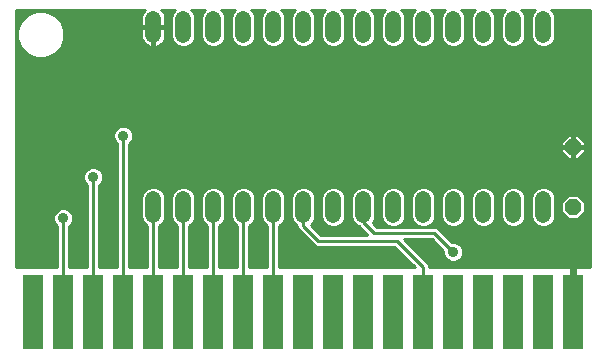
<source format=gbl>
G75*
%MOIN*%
%OFA0B0*%
%FSLAX25Y25*%
%IPPOS*%
%LPD*%
%AMOC8*
5,1,8,0,0,1.08239X$1,22.5*
%
%ADD10R,0.07000X0.25000*%
%ADD11OC8,0.05200*%
%ADD12C,0.05200*%
%ADD13C,0.01000*%
%ADD14C,0.02400*%
%ADD15C,0.03569*%
D10*
X0009000Y0013900D03*
X0019000Y0013900D03*
X0029000Y0013900D03*
X0039000Y0013900D03*
X0049000Y0013900D03*
X0059000Y0013900D03*
X0069000Y0013900D03*
X0079000Y0013900D03*
X0089000Y0013900D03*
X0099000Y0013900D03*
X0109000Y0013900D03*
X0119000Y0013900D03*
X0129000Y0013900D03*
X0139000Y0013900D03*
X0149000Y0013900D03*
X0159000Y0013900D03*
X0169000Y0013900D03*
X0179000Y0013900D03*
X0189000Y0013900D03*
D11*
X0189000Y0048900D03*
X0189000Y0068900D03*
D12*
X0179000Y0051500D02*
X0179000Y0046300D01*
X0169000Y0046300D02*
X0169000Y0051500D01*
X0159000Y0051500D02*
X0159000Y0046300D01*
X0149000Y0046300D02*
X0149000Y0051500D01*
X0139000Y0051500D02*
X0139000Y0046300D01*
X0129000Y0046300D02*
X0129000Y0051500D01*
X0119000Y0051500D02*
X0119000Y0046300D01*
X0109000Y0046300D02*
X0109000Y0051500D01*
X0099000Y0051500D02*
X0099000Y0046300D01*
X0089000Y0046300D02*
X0089000Y0051500D01*
X0079000Y0051500D02*
X0079000Y0046300D01*
X0069000Y0046300D02*
X0069000Y0051500D01*
X0059000Y0051500D02*
X0059000Y0046300D01*
X0049000Y0046300D02*
X0049000Y0051500D01*
X0049000Y0106300D02*
X0049000Y0111500D01*
X0059000Y0111500D02*
X0059000Y0106300D01*
X0069000Y0106300D02*
X0069000Y0111500D01*
X0079000Y0111500D02*
X0079000Y0106300D01*
X0089000Y0106300D02*
X0089000Y0111500D01*
X0099000Y0111500D02*
X0099000Y0106300D01*
X0109000Y0106300D02*
X0109000Y0111500D01*
X0119000Y0111500D02*
X0119000Y0106300D01*
X0129000Y0106300D02*
X0129000Y0111500D01*
X0139000Y0111500D02*
X0139000Y0106300D01*
X0149000Y0106300D02*
X0149000Y0111500D01*
X0159000Y0111500D02*
X0159000Y0106300D01*
X0169000Y0106300D02*
X0169000Y0111500D01*
X0179000Y0111500D02*
X0179000Y0106300D01*
D13*
X0182802Y0104765D02*
X0194750Y0104765D01*
X0194750Y0105763D02*
X0183100Y0105763D01*
X0183100Y0105484D02*
X0183100Y0112316D01*
X0182476Y0113822D01*
X0181648Y0114650D01*
X0194750Y0114650D01*
X0194750Y0028900D01*
X0141000Y0028900D01*
X0141000Y0029728D01*
X0139828Y0030900D01*
X0132578Y0038150D01*
X0141922Y0038150D01*
X0145716Y0034356D01*
X0145716Y0033247D01*
X0146216Y0032040D01*
X0147140Y0031116D01*
X0148347Y0030616D01*
X0149653Y0030616D01*
X0150860Y0031116D01*
X0151784Y0032040D01*
X0152284Y0033247D01*
X0152284Y0034553D01*
X0151784Y0035760D01*
X0150860Y0036684D01*
X0149653Y0037184D01*
X0148544Y0037184D01*
X0143578Y0042150D01*
X0123578Y0042150D01*
X0122113Y0043615D01*
X0122476Y0043978D01*
X0123100Y0045484D01*
X0123100Y0052316D01*
X0122476Y0053822D01*
X0121322Y0054976D01*
X0119816Y0055600D01*
X0118184Y0055600D01*
X0116678Y0054976D01*
X0115524Y0053822D01*
X0114900Y0052316D01*
X0114900Y0045484D01*
X0115524Y0043978D01*
X0116678Y0042824D01*
X0117650Y0042421D01*
X0120422Y0039650D01*
X0104828Y0039650D01*
X0101488Y0042990D01*
X0102476Y0043978D01*
X0103100Y0045484D01*
X0103100Y0052316D01*
X0102476Y0053822D01*
X0101322Y0054976D01*
X0099816Y0055600D01*
X0098184Y0055600D01*
X0096678Y0054976D01*
X0095524Y0053822D01*
X0094900Y0052316D01*
X0094900Y0045484D01*
X0095524Y0043978D01*
X0096678Y0042824D01*
X0097000Y0042691D01*
X0097000Y0041822D01*
X0102000Y0036822D01*
X0102000Y0036822D01*
X0103172Y0035650D01*
X0129422Y0035650D01*
X0136172Y0028900D01*
X0091000Y0028900D01*
X0091000Y0042691D01*
X0091322Y0042824D01*
X0092476Y0043978D01*
X0093100Y0045484D01*
X0093100Y0052316D01*
X0092476Y0053822D01*
X0091322Y0054976D01*
X0089816Y0055600D01*
X0088184Y0055600D01*
X0086678Y0054976D01*
X0085524Y0053822D01*
X0084900Y0052316D01*
X0084900Y0045484D01*
X0085524Y0043978D01*
X0086678Y0042824D01*
X0087000Y0042691D01*
X0087000Y0028900D01*
X0081000Y0028900D01*
X0081000Y0042691D01*
X0081322Y0042824D01*
X0082476Y0043978D01*
X0083100Y0045484D01*
X0083100Y0052316D01*
X0082476Y0053822D01*
X0081322Y0054976D01*
X0079816Y0055600D01*
X0078184Y0055600D01*
X0076678Y0054976D01*
X0075524Y0053822D01*
X0074900Y0052316D01*
X0074900Y0045484D01*
X0075524Y0043978D01*
X0076678Y0042824D01*
X0077000Y0042691D01*
X0077000Y0028900D01*
X0071000Y0028900D01*
X0071000Y0042691D01*
X0071322Y0042824D01*
X0072476Y0043978D01*
X0073100Y0045484D01*
X0073100Y0052316D01*
X0072476Y0053822D01*
X0071322Y0054976D01*
X0069816Y0055600D01*
X0068184Y0055600D01*
X0066678Y0054976D01*
X0065524Y0053822D01*
X0064900Y0052316D01*
X0064900Y0045484D01*
X0065524Y0043978D01*
X0066678Y0042824D01*
X0067000Y0042691D01*
X0067000Y0028900D01*
X0061000Y0028900D01*
X0061000Y0042691D01*
X0061322Y0042824D01*
X0062476Y0043978D01*
X0063100Y0045484D01*
X0063100Y0052316D01*
X0062476Y0053822D01*
X0061322Y0054976D01*
X0059816Y0055600D01*
X0058184Y0055600D01*
X0056678Y0054976D01*
X0055524Y0053822D01*
X0054900Y0052316D01*
X0054900Y0045484D01*
X0055524Y0043978D01*
X0056678Y0042824D01*
X0057000Y0042691D01*
X0057000Y0028900D01*
X0051000Y0028900D01*
X0051000Y0042691D01*
X0051322Y0042824D01*
X0052476Y0043978D01*
X0053100Y0045484D01*
X0053100Y0052316D01*
X0052476Y0053822D01*
X0051322Y0054976D01*
X0049816Y0055600D01*
X0048184Y0055600D01*
X0046678Y0054976D01*
X0045524Y0053822D01*
X0044900Y0052316D01*
X0044900Y0045484D01*
X0045524Y0043978D01*
X0046678Y0042824D01*
X0047000Y0042691D01*
X0047000Y0028900D01*
X0041000Y0028900D01*
X0041000Y0070005D01*
X0041784Y0070790D01*
X0042284Y0071997D01*
X0042284Y0073303D01*
X0041784Y0074510D01*
X0040860Y0075434D01*
X0039653Y0075934D01*
X0038347Y0075934D01*
X0037140Y0075434D01*
X0036216Y0074510D01*
X0035716Y0073303D01*
X0035716Y0071997D01*
X0036216Y0070790D01*
X0037000Y0070005D01*
X0037000Y0028900D01*
X0031000Y0028900D01*
X0031000Y0056255D01*
X0031784Y0057040D01*
X0032284Y0058247D01*
X0032284Y0059553D01*
X0031784Y0060760D01*
X0030860Y0061684D01*
X0029653Y0062184D01*
X0028347Y0062184D01*
X0027140Y0061684D01*
X0026216Y0060760D01*
X0025716Y0059553D01*
X0025716Y0058247D01*
X0026216Y0057040D01*
X0027000Y0056255D01*
X0027000Y0028900D01*
X0021000Y0028900D01*
X0021000Y0042505D01*
X0021784Y0043290D01*
X0022284Y0044497D01*
X0022284Y0045803D01*
X0021784Y0047010D01*
X0020860Y0047934D01*
X0019653Y0048434D01*
X0018347Y0048434D01*
X0017140Y0047934D01*
X0016216Y0047010D01*
X0015716Y0045803D01*
X0015716Y0044497D01*
X0016216Y0043290D01*
X0017000Y0042505D01*
X0017000Y0028900D01*
X0003250Y0028900D01*
X0003250Y0114650D01*
X0046360Y0114650D01*
X0046329Y0114627D01*
X0045873Y0114171D01*
X0045493Y0113649D01*
X0045200Y0113074D01*
X0045001Y0112460D01*
X0044900Y0111823D01*
X0044900Y0109200D01*
X0048700Y0109200D01*
X0048700Y0108600D01*
X0049300Y0108600D01*
X0049300Y0109200D01*
X0053100Y0109200D01*
X0053100Y0111823D01*
X0052999Y0112460D01*
X0052800Y0113074D01*
X0052507Y0113649D01*
X0052127Y0114171D01*
X0051671Y0114627D01*
X0051640Y0114650D01*
X0056352Y0114650D01*
X0055524Y0113822D01*
X0054900Y0112316D01*
X0054900Y0105484D01*
X0055524Y0103978D01*
X0056678Y0102824D01*
X0058184Y0102200D01*
X0059816Y0102200D01*
X0061322Y0102824D01*
X0062476Y0103978D01*
X0063100Y0105484D01*
X0063100Y0112316D01*
X0062476Y0113822D01*
X0061648Y0114650D01*
X0066352Y0114650D01*
X0065524Y0113822D01*
X0064900Y0112316D01*
X0064900Y0105484D01*
X0065524Y0103978D01*
X0066678Y0102824D01*
X0068184Y0102200D01*
X0069816Y0102200D01*
X0071322Y0102824D01*
X0072476Y0103978D01*
X0073100Y0105484D01*
X0073100Y0112316D01*
X0072476Y0113822D01*
X0071648Y0114650D01*
X0076352Y0114650D01*
X0075524Y0113822D01*
X0074900Y0112316D01*
X0074900Y0105484D01*
X0075524Y0103978D01*
X0076678Y0102824D01*
X0078184Y0102200D01*
X0079816Y0102200D01*
X0081322Y0102824D01*
X0082476Y0103978D01*
X0083100Y0105484D01*
X0083100Y0112316D01*
X0082476Y0113822D01*
X0081648Y0114650D01*
X0086352Y0114650D01*
X0085524Y0113822D01*
X0084900Y0112316D01*
X0084900Y0105484D01*
X0085524Y0103978D01*
X0086678Y0102824D01*
X0088184Y0102200D01*
X0089816Y0102200D01*
X0091322Y0102824D01*
X0092476Y0103978D01*
X0093100Y0105484D01*
X0093100Y0112316D01*
X0092476Y0113822D01*
X0091648Y0114650D01*
X0096352Y0114650D01*
X0095524Y0113822D01*
X0094900Y0112316D01*
X0094900Y0105484D01*
X0095524Y0103978D01*
X0096678Y0102824D01*
X0098184Y0102200D01*
X0099816Y0102200D01*
X0101322Y0102824D01*
X0102476Y0103978D01*
X0103100Y0105484D01*
X0103100Y0112316D01*
X0102476Y0113822D01*
X0101648Y0114650D01*
X0106352Y0114650D01*
X0105524Y0113822D01*
X0104900Y0112316D01*
X0104900Y0105484D01*
X0105524Y0103978D01*
X0106678Y0102824D01*
X0108184Y0102200D01*
X0109816Y0102200D01*
X0111322Y0102824D01*
X0112476Y0103978D01*
X0113100Y0105484D01*
X0113100Y0112316D01*
X0112476Y0113822D01*
X0111648Y0114650D01*
X0116352Y0114650D01*
X0115524Y0113822D01*
X0114900Y0112316D01*
X0114900Y0105484D01*
X0115524Y0103978D01*
X0116678Y0102824D01*
X0118184Y0102200D01*
X0119816Y0102200D01*
X0121322Y0102824D01*
X0122476Y0103978D01*
X0123100Y0105484D01*
X0123100Y0112316D01*
X0122476Y0113822D01*
X0121648Y0114650D01*
X0126352Y0114650D01*
X0125524Y0113822D01*
X0124900Y0112316D01*
X0124900Y0105484D01*
X0125524Y0103978D01*
X0126678Y0102824D01*
X0128184Y0102200D01*
X0129816Y0102200D01*
X0131322Y0102824D01*
X0132476Y0103978D01*
X0133100Y0105484D01*
X0133100Y0112316D01*
X0132476Y0113822D01*
X0131648Y0114650D01*
X0136352Y0114650D01*
X0135524Y0113822D01*
X0134900Y0112316D01*
X0134900Y0105484D01*
X0135524Y0103978D01*
X0136678Y0102824D01*
X0138184Y0102200D01*
X0139816Y0102200D01*
X0141322Y0102824D01*
X0142476Y0103978D01*
X0143100Y0105484D01*
X0143100Y0112316D01*
X0142476Y0113822D01*
X0141648Y0114650D01*
X0146352Y0114650D01*
X0145524Y0113822D01*
X0144900Y0112316D01*
X0144900Y0105484D01*
X0145524Y0103978D01*
X0146678Y0102824D01*
X0148184Y0102200D01*
X0149816Y0102200D01*
X0151322Y0102824D01*
X0152476Y0103978D01*
X0153100Y0105484D01*
X0153100Y0112316D01*
X0152476Y0113822D01*
X0151648Y0114650D01*
X0156352Y0114650D01*
X0155524Y0113822D01*
X0154900Y0112316D01*
X0154900Y0105484D01*
X0155524Y0103978D01*
X0156678Y0102824D01*
X0158184Y0102200D01*
X0159816Y0102200D01*
X0161322Y0102824D01*
X0162476Y0103978D01*
X0163100Y0105484D01*
X0163100Y0112316D01*
X0162476Y0113822D01*
X0161648Y0114650D01*
X0166352Y0114650D01*
X0165524Y0113822D01*
X0164900Y0112316D01*
X0164900Y0105484D01*
X0165524Y0103978D01*
X0166678Y0102824D01*
X0168184Y0102200D01*
X0169816Y0102200D01*
X0171322Y0102824D01*
X0172476Y0103978D01*
X0173100Y0105484D01*
X0173100Y0112316D01*
X0172476Y0113822D01*
X0171648Y0114650D01*
X0176352Y0114650D01*
X0175524Y0113822D01*
X0174900Y0112316D01*
X0174900Y0105484D01*
X0175524Y0103978D01*
X0176678Y0102824D01*
X0178184Y0102200D01*
X0179816Y0102200D01*
X0181322Y0102824D01*
X0182476Y0103978D01*
X0183100Y0105484D01*
X0183100Y0106762D02*
X0194750Y0106762D01*
X0194750Y0107760D02*
X0183100Y0107760D01*
X0183100Y0108759D02*
X0194750Y0108759D01*
X0194750Y0109757D02*
X0183100Y0109757D01*
X0183100Y0110756D02*
X0194750Y0110756D01*
X0194750Y0111754D02*
X0183100Y0111754D01*
X0182919Y0112753D02*
X0194750Y0112753D01*
X0194750Y0113751D02*
X0182505Y0113751D01*
X0175495Y0113751D02*
X0172505Y0113751D01*
X0172919Y0112753D02*
X0175081Y0112753D01*
X0174900Y0111754D02*
X0173100Y0111754D01*
X0173100Y0110756D02*
X0174900Y0110756D01*
X0174900Y0109757D02*
X0173100Y0109757D01*
X0173100Y0108759D02*
X0174900Y0108759D01*
X0174900Y0107760D02*
X0173100Y0107760D01*
X0173100Y0106762D02*
X0174900Y0106762D01*
X0174900Y0105763D02*
X0173100Y0105763D01*
X0172802Y0104765D02*
X0175198Y0104765D01*
X0175736Y0103766D02*
X0172264Y0103766D01*
X0171186Y0102768D02*
X0176814Y0102768D01*
X0181186Y0102768D02*
X0194750Y0102768D01*
X0194750Y0103766D02*
X0182264Y0103766D01*
X0194750Y0101769D02*
X0017899Y0101769D01*
X0018112Y0101982D02*
X0019299Y0104849D01*
X0019299Y0107951D01*
X0018112Y0110818D01*
X0015918Y0113012D01*
X0013051Y0114199D01*
X0009949Y0114199D01*
X0007082Y0113012D01*
X0004888Y0110818D01*
X0003701Y0107951D01*
X0003701Y0104849D01*
X0004888Y0101982D01*
X0007082Y0099788D01*
X0009949Y0098601D01*
X0013051Y0098601D01*
X0015918Y0099788D01*
X0018112Y0101982D01*
X0018437Y0102768D02*
X0046902Y0102768D01*
X0046851Y0102793D02*
X0047426Y0102500D01*
X0048040Y0102301D01*
X0048677Y0102200D01*
X0048700Y0102200D01*
X0048700Y0108600D01*
X0044900Y0108600D01*
X0044900Y0105977D01*
X0045001Y0105340D01*
X0045200Y0104726D01*
X0045493Y0104151D01*
X0045873Y0103629D01*
X0046329Y0103173D01*
X0046851Y0102793D01*
X0045773Y0103766D02*
X0018851Y0103766D01*
X0019264Y0104765D02*
X0045188Y0104765D01*
X0044934Y0105763D02*
X0019299Y0105763D01*
X0019299Y0106762D02*
X0044900Y0106762D01*
X0044900Y0107760D02*
X0019299Y0107760D01*
X0018965Y0108759D02*
X0048700Y0108759D01*
X0049300Y0108759D02*
X0054900Y0108759D01*
X0054900Y0109757D02*
X0053100Y0109757D01*
X0053100Y0110756D02*
X0054900Y0110756D01*
X0054900Y0111754D02*
X0053100Y0111754D01*
X0052904Y0112753D02*
X0055081Y0112753D01*
X0055495Y0113751D02*
X0052432Y0113751D01*
X0045568Y0113751D02*
X0014133Y0113751D01*
X0016177Y0112753D02*
X0045096Y0112753D01*
X0044900Y0111754D02*
X0017176Y0111754D01*
X0018138Y0110756D02*
X0044900Y0110756D01*
X0044900Y0109757D02*
X0018551Y0109757D01*
X0008867Y0113751D02*
X0003250Y0113751D01*
X0003250Y0112753D02*
X0006823Y0112753D01*
X0005824Y0111754D02*
X0003250Y0111754D01*
X0003250Y0110756D02*
X0004862Y0110756D01*
X0004449Y0109757D02*
X0003250Y0109757D01*
X0003250Y0108759D02*
X0004035Y0108759D01*
X0003701Y0107760D02*
X0003250Y0107760D01*
X0003250Y0106762D02*
X0003701Y0106762D01*
X0003701Y0105763D02*
X0003250Y0105763D01*
X0003250Y0104765D02*
X0003736Y0104765D01*
X0004149Y0103766D02*
X0003250Y0103766D01*
X0003250Y0102768D02*
X0004563Y0102768D01*
X0005101Y0101769D02*
X0003250Y0101769D01*
X0003250Y0100770D02*
X0006100Y0100770D01*
X0007121Y0099772D02*
X0003250Y0099772D01*
X0003250Y0098773D02*
X0009532Y0098773D01*
X0013468Y0098773D02*
X0194750Y0098773D01*
X0194750Y0097775D02*
X0003250Y0097775D01*
X0003250Y0096776D02*
X0194750Y0096776D01*
X0194750Y0095778D02*
X0003250Y0095778D01*
X0003250Y0094779D02*
X0194750Y0094779D01*
X0194750Y0093781D02*
X0003250Y0093781D01*
X0003250Y0092782D02*
X0194750Y0092782D01*
X0194750Y0091784D02*
X0003250Y0091784D01*
X0003250Y0090785D02*
X0194750Y0090785D01*
X0194750Y0089787D02*
X0003250Y0089787D01*
X0003250Y0088788D02*
X0194750Y0088788D01*
X0194750Y0087790D02*
X0003250Y0087790D01*
X0003250Y0086791D02*
X0194750Y0086791D01*
X0194750Y0085793D02*
X0003250Y0085793D01*
X0003250Y0084794D02*
X0194750Y0084794D01*
X0194750Y0083796D02*
X0003250Y0083796D01*
X0003250Y0082797D02*
X0194750Y0082797D01*
X0194750Y0081799D02*
X0003250Y0081799D01*
X0003250Y0080800D02*
X0194750Y0080800D01*
X0194750Y0079802D02*
X0003250Y0079802D01*
X0003250Y0078803D02*
X0194750Y0078803D01*
X0194750Y0077805D02*
X0003250Y0077805D01*
X0003250Y0076806D02*
X0194750Y0076806D01*
X0194750Y0075808D02*
X0039959Y0075808D01*
X0041485Y0074809D02*
X0194750Y0074809D01*
X0194750Y0073811D02*
X0042074Y0073811D01*
X0042284Y0072812D02*
X0187114Y0072812D01*
X0187302Y0073000D02*
X0184900Y0070598D01*
X0184900Y0069200D01*
X0188700Y0069200D01*
X0188700Y0073000D01*
X0187302Y0073000D01*
X0188700Y0072812D02*
X0189300Y0072812D01*
X0189300Y0073000D02*
X0189300Y0069200D01*
X0188700Y0069200D01*
X0188700Y0068600D01*
X0184900Y0068600D01*
X0184900Y0067202D01*
X0187302Y0064800D01*
X0188700Y0064800D01*
X0188700Y0068600D01*
X0189300Y0068600D01*
X0189300Y0069200D01*
X0193100Y0069200D01*
X0193100Y0070598D01*
X0190698Y0073000D01*
X0189300Y0073000D01*
X0189300Y0071814D02*
X0188700Y0071814D01*
X0188700Y0070815D02*
X0189300Y0070815D01*
X0189300Y0069817D02*
X0188700Y0069817D01*
X0188700Y0068818D02*
X0041000Y0068818D01*
X0041000Y0067820D02*
X0184900Y0067820D01*
X0185281Y0066821D02*
X0041000Y0066821D01*
X0041000Y0065823D02*
X0186279Y0065823D01*
X0187278Y0064824D02*
X0041000Y0064824D01*
X0041000Y0063826D02*
X0194750Y0063826D01*
X0194750Y0064824D02*
X0190722Y0064824D01*
X0190698Y0064800D02*
X0193100Y0067202D01*
X0193100Y0068600D01*
X0189300Y0068600D01*
X0189300Y0064800D01*
X0190698Y0064800D01*
X0189300Y0064824D02*
X0188700Y0064824D01*
X0188700Y0065823D02*
X0189300Y0065823D01*
X0189300Y0066821D02*
X0188700Y0066821D01*
X0188700Y0067820D02*
X0189300Y0067820D01*
X0189300Y0068818D02*
X0194750Y0068818D01*
X0194750Y0067820D02*
X0193100Y0067820D01*
X0192719Y0066821D02*
X0194750Y0066821D01*
X0194750Y0065823D02*
X0191721Y0065823D01*
X0194750Y0062827D02*
X0041000Y0062827D01*
X0041000Y0061829D02*
X0194750Y0061829D01*
X0194750Y0060830D02*
X0041000Y0060830D01*
X0041000Y0059832D02*
X0194750Y0059832D01*
X0194750Y0058833D02*
X0041000Y0058833D01*
X0041000Y0057834D02*
X0194750Y0057834D01*
X0194750Y0056836D02*
X0041000Y0056836D01*
X0041000Y0055837D02*
X0194750Y0055837D01*
X0194750Y0054839D02*
X0181459Y0054839D01*
X0181322Y0054976D02*
X0179816Y0055600D01*
X0178184Y0055600D01*
X0176678Y0054976D01*
X0175524Y0053822D01*
X0174900Y0052316D01*
X0174900Y0045484D01*
X0175524Y0043978D01*
X0176678Y0042824D01*
X0178184Y0042200D01*
X0179816Y0042200D01*
X0181322Y0042824D01*
X0182476Y0043978D01*
X0183100Y0045484D01*
X0183100Y0052316D01*
X0182476Y0053822D01*
X0181322Y0054976D01*
X0182458Y0053840D02*
X0194750Y0053840D01*
X0194750Y0052842D02*
X0190856Y0052842D01*
X0190698Y0053000D02*
X0187302Y0053000D01*
X0184900Y0050598D01*
X0184900Y0047202D01*
X0187302Y0044800D01*
X0190698Y0044800D01*
X0193100Y0047202D01*
X0193100Y0050598D01*
X0190698Y0053000D01*
X0191855Y0051843D02*
X0194750Y0051843D01*
X0194750Y0050845D02*
X0192853Y0050845D01*
X0193100Y0049846D02*
X0194750Y0049846D01*
X0194750Y0048848D02*
X0193100Y0048848D01*
X0193100Y0047849D02*
X0194750Y0047849D01*
X0194750Y0046851D02*
X0192749Y0046851D01*
X0191751Y0045852D02*
X0194750Y0045852D01*
X0194750Y0044854D02*
X0190752Y0044854D01*
X0187248Y0044854D02*
X0182839Y0044854D01*
X0183100Y0045852D02*
X0186249Y0045852D01*
X0185251Y0046851D02*
X0183100Y0046851D01*
X0183100Y0047849D02*
X0184900Y0047849D01*
X0184900Y0048848D02*
X0183100Y0048848D01*
X0183100Y0049846D02*
X0184900Y0049846D01*
X0185147Y0050845D02*
X0183100Y0050845D01*
X0183100Y0051843D02*
X0186145Y0051843D01*
X0187144Y0052842D02*
X0182882Y0052842D01*
X0176541Y0054839D02*
X0171459Y0054839D01*
X0171322Y0054976D02*
X0169816Y0055600D01*
X0168184Y0055600D01*
X0166678Y0054976D01*
X0165524Y0053822D01*
X0164900Y0052316D01*
X0164900Y0045484D01*
X0165524Y0043978D01*
X0166678Y0042824D01*
X0168184Y0042200D01*
X0169816Y0042200D01*
X0171322Y0042824D01*
X0172476Y0043978D01*
X0173100Y0045484D01*
X0173100Y0052316D01*
X0172476Y0053822D01*
X0171322Y0054976D01*
X0172458Y0053840D02*
X0175542Y0053840D01*
X0175118Y0052842D02*
X0172882Y0052842D01*
X0173100Y0051843D02*
X0174900Y0051843D01*
X0174900Y0050845D02*
X0173100Y0050845D01*
X0173100Y0049846D02*
X0174900Y0049846D01*
X0174900Y0048848D02*
X0173100Y0048848D01*
X0173100Y0047849D02*
X0174900Y0047849D01*
X0174900Y0046851D02*
X0173100Y0046851D01*
X0173100Y0045852D02*
X0174900Y0045852D01*
X0175161Y0044854D02*
X0172839Y0044854D01*
X0172354Y0043855D02*
X0175646Y0043855D01*
X0176645Y0042857D02*
X0171355Y0042857D01*
X0166645Y0042857D02*
X0161355Y0042857D01*
X0161322Y0042824D02*
X0162476Y0043978D01*
X0163100Y0045484D01*
X0163100Y0052316D01*
X0162476Y0053822D01*
X0161322Y0054976D01*
X0159816Y0055600D01*
X0158184Y0055600D01*
X0156678Y0054976D01*
X0155524Y0053822D01*
X0154900Y0052316D01*
X0154900Y0045484D01*
X0155524Y0043978D01*
X0156678Y0042824D01*
X0158184Y0042200D01*
X0159816Y0042200D01*
X0161322Y0042824D01*
X0162354Y0043855D02*
X0165646Y0043855D01*
X0165161Y0044854D02*
X0162839Y0044854D01*
X0163100Y0045852D02*
X0164900Y0045852D01*
X0164900Y0046851D02*
X0163100Y0046851D01*
X0163100Y0047849D02*
X0164900Y0047849D01*
X0164900Y0048848D02*
X0163100Y0048848D01*
X0163100Y0049846D02*
X0164900Y0049846D01*
X0164900Y0050845D02*
X0163100Y0050845D01*
X0163100Y0051843D02*
X0164900Y0051843D01*
X0165118Y0052842D02*
X0162882Y0052842D01*
X0162458Y0053840D02*
X0165542Y0053840D01*
X0166541Y0054839D02*
X0161459Y0054839D01*
X0156541Y0054839D02*
X0151459Y0054839D01*
X0151322Y0054976D02*
X0149816Y0055600D01*
X0148184Y0055600D01*
X0146678Y0054976D01*
X0145524Y0053822D01*
X0144900Y0052316D01*
X0144900Y0045484D01*
X0145524Y0043978D01*
X0146678Y0042824D01*
X0148184Y0042200D01*
X0149816Y0042200D01*
X0151322Y0042824D01*
X0152476Y0043978D01*
X0153100Y0045484D01*
X0153100Y0052316D01*
X0152476Y0053822D01*
X0151322Y0054976D01*
X0152458Y0053840D02*
X0155542Y0053840D01*
X0155118Y0052842D02*
X0152882Y0052842D01*
X0153100Y0051843D02*
X0154900Y0051843D01*
X0154900Y0050845D02*
X0153100Y0050845D01*
X0153100Y0049846D02*
X0154900Y0049846D01*
X0154900Y0048848D02*
X0153100Y0048848D01*
X0153100Y0047849D02*
X0154900Y0047849D01*
X0154900Y0046851D02*
X0153100Y0046851D01*
X0153100Y0045852D02*
X0154900Y0045852D01*
X0155161Y0044854D02*
X0152839Y0044854D01*
X0152354Y0043855D02*
X0155646Y0043855D01*
X0156645Y0042857D02*
X0151355Y0042857D01*
X0146645Y0042857D02*
X0141355Y0042857D01*
X0141322Y0042824D02*
X0142476Y0043978D01*
X0143100Y0045484D01*
X0143100Y0052316D01*
X0142476Y0053822D01*
X0141322Y0054976D01*
X0139816Y0055600D01*
X0138184Y0055600D01*
X0136678Y0054976D01*
X0135524Y0053822D01*
X0134900Y0052316D01*
X0134900Y0045484D01*
X0135524Y0043978D01*
X0136678Y0042824D01*
X0138184Y0042200D01*
X0139816Y0042200D01*
X0141322Y0042824D01*
X0142354Y0043855D02*
X0145646Y0043855D01*
X0145161Y0044854D02*
X0142839Y0044854D01*
X0143100Y0045852D02*
X0144900Y0045852D01*
X0144900Y0046851D02*
X0143100Y0046851D01*
X0143100Y0047849D02*
X0144900Y0047849D01*
X0144900Y0048848D02*
X0143100Y0048848D01*
X0143100Y0049846D02*
X0144900Y0049846D01*
X0144900Y0050845D02*
X0143100Y0050845D01*
X0143100Y0051843D02*
X0144900Y0051843D01*
X0145118Y0052842D02*
X0142882Y0052842D01*
X0142458Y0053840D02*
X0145542Y0053840D01*
X0146541Y0054839D02*
X0141459Y0054839D01*
X0136541Y0054839D02*
X0131459Y0054839D01*
X0131322Y0054976D02*
X0129816Y0055600D01*
X0128184Y0055600D01*
X0126678Y0054976D01*
X0125524Y0053822D01*
X0124900Y0052316D01*
X0124900Y0045484D01*
X0125524Y0043978D01*
X0126678Y0042824D01*
X0128184Y0042200D01*
X0129816Y0042200D01*
X0131322Y0042824D01*
X0132476Y0043978D01*
X0133100Y0045484D01*
X0133100Y0052316D01*
X0132476Y0053822D01*
X0131322Y0054976D01*
X0132458Y0053840D02*
X0135542Y0053840D01*
X0135118Y0052842D02*
X0132882Y0052842D01*
X0133100Y0051843D02*
X0134900Y0051843D01*
X0134900Y0050845D02*
X0133100Y0050845D01*
X0133100Y0049846D02*
X0134900Y0049846D01*
X0134900Y0048848D02*
X0133100Y0048848D01*
X0133100Y0047849D02*
X0134900Y0047849D01*
X0134900Y0046851D02*
X0133100Y0046851D01*
X0133100Y0045852D02*
X0134900Y0045852D01*
X0135161Y0044854D02*
X0132839Y0044854D01*
X0132354Y0043855D02*
X0135646Y0043855D01*
X0136645Y0042857D02*
X0131355Y0042857D01*
X0126645Y0042857D02*
X0122872Y0042857D01*
X0122354Y0043855D02*
X0125646Y0043855D01*
X0125161Y0044854D02*
X0122839Y0044854D01*
X0123100Y0045852D02*
X0124900Y0045852D01*
X0124900Y0046851D02*
X0123100Y0046851D01*
X0123100Y0047849D02*
X0124900Y0047849D01*
X0124900Y0048848D02*
X0123100Y0048848D01*
X0123100Y0049846D02*
X0124900Y0049846D01*
X0124900Y0050845D02*
X0123100Y0050845D01*
X0123100Y0051843D02*
X0124900Y0051843D01*
X0125118Y0052842D02*
X0122882Y0052842D01*
X0122458Y0053840D02*
X0125542Y0053840D01*
X0126541Y0054839D02*
X0121459Y0054839D01*
X0116541Y0054839D02*
X0111459Y0054839D01*
X0111322Y0054976D02*
X0109816Y0055600D01*
X0108184Y0055600D01*
X0106678Y0054976D01*
X0105524Y0053822D01*
X0104900Y0052316D01*
X0104900Y0045484D01*
X0105524Y0043978D01*
X0106678Y0042824D01*
X0108184Y0042200D01*
X0109816Y0042200D01*
X0111322Y0042824D01*
X0112476Y0043978D01*
X0113100Y0045484D01*
X0113100Y0052316D01*
X0112476Y0053822D01*
X0111322Y0054976D01*
X0112458Y0053840D02*
X0115542Y0053840D01*
X0115118Y0052842D02*
X0112882Y0052842D01*
X0113100Y0051843D02*
X0114900Y0051843D01*
X0114900Y0050845D02*
X0113100Y0050845D01*
X0113100Y0049846D02*
X0114900Y0049846D01*
X0114900Y0048848D02*
X0113100Y0048848D01*
X0113100Y0047849D02*
X0114900Y0047849D01*
X0114900Y0046851D02*
X0113100Y0046851D01*
X0113100Y0045852D02*
X0114900Y0045852D01*
X0115161Y0044854D02*
X0112839Y0044854D01*
X0112354Y0043855D02*
X0115646Y0043855D01*
X0116645Y0042857D02*
X0111355Y0042857D01*
X0106645Y0042857D02*
X0101622Y0042857D01*
X0102354Y0043855D02*
X0105646Y0043855D01*
X0105161Y0044854D02*
X0102839Y0044854D01*
X0103100Y0045852D02*
X0104900Y0045852D01*
X0104900Y0046851D02*
X0103100Y0046851D01*
X0103100Y0047849D02*
X0104900Y0047849D01*
X0104900Y0048848D02*
X0103100Y0048848D01*
X0103100Y0049846D02*
X0104900Y0049846D01*
X0104900Y0050845D02*
X0103100Y0050845D01*
X0103100Y0051843D02*
X0104900Y0051843D01*
X0105118Y0052842D02*
X0102882Y0052842D01*
X0102458Y0053840D02*
X0105542Y0053840D01*
X0106541Y0054839D02*
X0101459Y0054839D01*
X0096541Y0054839D02*
X0091459Y0054839D01*
X0092458Y0053840D02*
X0095542Y0053840D01*
X0095118Y0052842D02*
X0092882Y0052842D01*
X0093100Y0051843D02*
X0094900Y0051843D01*
X0094900Y0050845D02*
X0093100Y0050845D01*
X0093100Y0049846D02*
X0094900Y0049846D01*
X0094900Y0048848D02*
X0093100Y0048848D01*
X0093100Y0047849D02*
X0094900Y0047849D01*
X0094900Y0046851D02*
X0093100Y0046851D01*
X0093100Y0045852D02*
X0094900Y0045852D01*
X0095161Y0044854D02*
X0092839Y0044854D01*
X0092354Y0043855D02*
X0095646Y0043855D01*
X0096645Y0042857D02*
X0091355Y0042857D01*
X0091000Y0041858D02*
X0097000Y0041858D01*
X0097962Y0040860D02*
X0091000Y0040860D01*
X0091000Y0039861D02*
X0098960Y0039861D01*
X0099959Y0038863D02*
X0091000Y0038863D01*
X0091000Y0037864D02*
X0100957Y0037864D01*
X0101956Y0036866D02*
X0091000Y0036866D01*
X0091000Y0035867D02*
X0102954Y0035867D01*
X0104000Y0037650D02*
X0130250Y0037650D01*
X0139000Y0028900D01*
X0139000Y0013900D01*
X0140852Y0029876D02*
X0194750Y0029876D01*
X0194750Y0030875D02*
X0150278Y0030875D01*
X0151618Y0031873D02*
X0194750Y0031873D01*
X0194750Y0032872D02*
X0152129Y0032872D01*
X0152284Y0033870D02*
X0194750Y0033870D01*
X0194750Y0034869D02*
X0152154Y0034869D01*
X0151677Y0035867D02*
X0194750Y0035867D01*
X0194750Y0036866D02*
X0150422Y0036866D01*
X0147864Y0037864D02*
X0194750Y0037864D01*
X0194750Y0038863D02*
X0146866Y0038863D01*
X0145867Y0039861D02*
X0194750Y0039861D01*
X0194750Y0040860D02*
X0144869Y0040860D01*
X0143870Y0041858D02*
X0194750Y0041858D01*
X0194750Y0042857D02*
X0181355Y0042857D01*
X0182354Y0043855D02*
X0194750Y0043855D01*
X0194750Y0069817D02*
X0193100Y0069817D01*
X0192883Y0070815D02*
X0194750Y0070815D01*
X0194750Y0071814D02*
X0191885Y0071814D01*
X0190886Y0072812D02*
X0194750Y0072812D01*
X0186115Y0071814D02*
X0042208Y0071814D01*
X0041795Y0070815D02*
X0185117Y0070815D01*
X0184900Y0069817D02*
X0041000Y0069817D01*
X0039000Y0072650D02*
X0039000Y0013900D01*
X0029000Y0013900D02*
X0029000Y0058900D01*
X0025886Y0057834D02*
X0003250Y0057834D01*
X0003250Y0056836D02*
X0026419Y0056836D01*
X0027000Y0055837D02*
X0003250Y0055837D01*
X0003250Y0054839D02*
X0027000Y0054839D01*
X0027000Y0053840D02*
X0003250Y0053840D01*
X0003250Y0052842D02*
X0027000Y0052842D01*
X0027000Y0051843D02*
X0003250Y0051843D01*
X0003250Y0050845D02*
X0027000Y0050845D01*
X0027000Y0049846D02*
X0003250Y0049846D01*
X0003250Y0048848D02*
X0027000Y0048848D01*
X0027000Y0047849D02*
X0020945Y0047849D01*
X0021850Y0046851D02*
X0027000Y0046851D01*
X0027000Y0045852D02*
X0022264Y0045852D01*
X0022284Y0044854D02*
X0027000Y0044854D01*
X0027000Y0043855D02*
X0022019Y0043855D01*
X0021351Y0042857D02*
X0027000Y0042857D01*
X0027000Y0041858D02*
X0021000Y0041858D01*
X0021000Y0040860D02*
X0027000Y0040860D01*
X0027000Y0039861D02*
X0021000Y0039861D01*
X0021000Y0038863D02*
X0027000Y0038863D01*
X0027000Y0037864D02*
X0021000Y0037864D01*
X0021000Y0036866D02*
X0027000Y0036866D01*
X0027000Y0035867D02*
X0021000Y0035867D01*
X0021000Y0034869D02*
X0027000Y0034869D01*
X0027000Y0033870D02*
X0021000Y0033870D01*
X0021000Y0032872D02*
X0027000Y0032872D01*
X0027000Y0031873D02*
X0021000Y0031873D01*
X0021000Y0030875D02*
X0027000Y0030875D01*
X0027000Y0029876D02*
X0021000Y0029876D01*
X0017000Y0029876D02*
X0003250Y0029876D01*
X0003250Y0030875D02*
X0017000Y0030875D01*
X0017000Y0031873D02*
X0003250Y0031873D01*
X0003250Y0032872D02*
X0017000Y0032872D01*
X0017000Y0033870D02*
X0003250Y0033870D01*
X0003250Y0034869D02*
X0017000Y0034869D01*
X0017000Y0035867D02*
X0003250Y0035867D01*
X0003250Y0036866D02*
X0017000Y0036866D01*
X0017000Y0037864D02*
X0003250Y0037864D01*
X0003250Y0038863D02*
X0017000Y0038863D01*
X0017000Y0039861D02*
X0003250Y0039861D01*
X0003250Y0040860D02*
X0017000Y0040860D01*
X0017000Y0041858D02*
X0003250Y0041858D01*
X0003250Y0042857D02*
X0016649Y0042857D01*
X0015981Y0043855D02*
X0003250Y0043855D01*
X0003250Y0044854D02*
X0015716Y0044854D01*
X0015736Y0045852D02*
X0003250Y0045852D01*
X0003250Y0046851D02*
X0016150Y0046851D01*
X0017055Y0047849D02*
X0003250Y0047849D01*
X0019000Y0045150D02*
X0019000Y0013900D01*
X0031000Y0029876D02*
X0037000Y0029876D01*
X0037000Y0030875D02*
X0031000Y0030875D01*
X0031000Y0031873D02*
X0037000Y0031873D01*
X0037000Y0032872D02*
X0031000Y0032872D01*
X0031000Y0033870D02*
X0037000Y0033870D01*
X0037000Y0034869D02*
X0031000Y0034869D01*
X0031000Y0035867D02*
X0037000Y0035867D01*
X0037000Y0036866D02*
X0031000Y0036866D01*
X0031000Y0037864D02*
X0037000Y0037864D01*
X0037000Y0038863D02*
X0031000Y0038863D01*
X0031000Y0039861D02*
X0037000Y0039861D01*
X0037000Y0040860D02*
X0031000Y0040860D01*
X0031000Y0041858D02*
X0037000Y0041858D01*
X0037000Y0042857D02*
X0031000Y0042857D01*
X0031000Y0043855D02*
X0037000Y0043855D01*
X0037000Y0044854D02*
X0031000Y0044854D01*
X0031000Y0045852D02*
X0037000Y0045852D01*
X0037000Y0046851D02*
X0031000Y0046851D01*
X0031000Y0047849D02*
X0037000Y0047849D01*
X0037000Y0048848D02*
X0031000Y0048848D01*
X0031000Y0049846D02*
X0037000Y0049846D01*
X0037000Y0050845D02*
X0031000Y0050845D01*
X0031000Y0051843D02*
X0037000Y0051843D01*
X0037000Y0052842D02*
X0031000Y0052842D01*
X0031000Y0053840D02*
X0037000Y0053840D01*
X0037000Y0054839D02*
X0031000Y0054839D01*
X0031000Y0055837D02*
X0037000Y0055837D01*
X0037000Y0056836D02*
X0031581Y0056836D01*
X0032113Y0057834D02*
X0037000Y0057834D01*
X0037000Y0058833D02*
X0032284Y0058833D01*
X0032169Y0059832D02*
X0037000Y0059832D01*
X0037000Y0060830D02*
X0031715Y0060830D01*
X0030512Y0061829D02*
X0037000Y0061829D01*
X0037000Y0062827D02*
X0003250Y0062827D01*
X0003250Y0061829D02*
X0027488Y0061829D01*
X0026285Y0060830D02*
X0003250Y0060830D01*
X0003250Y0059832D02*
X0025831Y0059832D01*
X0025716Y0058833D02*
X0003250Y0058833D01*
X0003250Y0063826D02*
X0037000Y0063826D01*
X0037000Y0064824D02*
X0003250Y0064824D01*
X0003250Y0065823D02*
X0037000Y0065823D01*
X0037000Y0066821D02*
X0003250Y0066821D01*
X0003250Y0067820D02*
X0037000Y0067820D01*
X0037000Y0068818D02*
X0003250Y0068818D01*
X0003250Y0069817D02*
X0037000Y0069817D01*
X0036205Y0070815D02*
X0003250Y0070815D01*
X0003250Y0071814D02*
X0035792Y0071814D01*
X0035716Y0072812D02*
X0003250Y0072812D01*
X0003250Y0073811D02*
X0035926Y0073811D01*
X0036515Y0074809D02*
X0003250Y0074809D01*
X0003250Y0075808D02*
X0038041Y0075808D01*
X0041000Y0054839D02*
X0046541Y0054839D01*
X0045542Y0053840D02*
X0041000Y0053840D01*
X0041000Y0052842D02*
X0045118Y0052842D01*
X0044900Y0051843D02*
X0041000Y0051843D01*
X0041000Y0050845D02*
X0044900Y0050845D01*
X0044900Y0049846D02*
X0041000Y0049846D01*
X0041000Y0048848D02*
X0044900Y0048848D01*
X0044900Y0047849D02*
X0041000Y0047849D01*
X0041000Y0046851D02*
X0044900Y0046851D01*
X0044900Y0045852D02*
X0041000Y0045852D01*
X0041000Y0044854D02*
X0045161Y0044854D01*
X0045646Y0043855D02*
X0041000Y0043855D01*
X0041000Y0042857D02*
X0046645Y0042857D01*
X0047000Y0041858D02*
X0041000Y0041858D01*
X0041000Y0040860D02*
X0047000Y0040860D01*
X0047000Y0039861D02*
X0041000Y0039861D01*
X0041000Y0038863D02*
X0047000Y0038863D01*
X0047000Y0037864D02*
X0041000Y0037864D01*
X0041000Y0036866D02*
X0047000Y0036866D01*
X0047000Y0035867D02*
X0041000Y0035867D01*
X0041000Y0034869D02*
X0047000Y0034869D01*
X0047000Y0033870D02*
X0041000Y0033870D01*
X0041000Y0032872D02*
X0047000Y0032872D01*
X0047000Y0031873D02*
X0041000Y0031873D01*
X0041000Y0030875D02*
X0047000Y0030875D01*
X0047000Y0029876D02*
X0041000Y0029876D01*
X0051000Y0029876D02*
X0057000Y0029876D01*
X0057000Y0030875D02*
X0051000Y0030875D01*
X0051000Y0031873D02*
X0057000Y0031873D01*
X0057000Y0032872D02*
X0051000Y0032872D01*
X0051000Y0033870D02*
X0057000Y0033870D01*
X0057000Y0034869D02*
X0051000Y0034869D01*
X0051000Y0035867D02*
X0057000Y0035867D01*
X0057000Y0036866D02*
X0051000Y0036866D01*
X0051000Y0037864D02*
X0057000Y0037864D01*
X0057000Y0038863D02*
X0051000Y0038863D01*
X0051000Y0039861D02*
X0057000Y0039861D01*
X0057000Y0040860D02*
X0051000Y0040860D01*
X0051000Y0041858D02*
X0057000Y0041858D01*
X0056645Y0042857D02*
X0051355Y0042857D01*
X0052354Y0043855D02*
X0055646Y0043855D01*
X0055161Y0044854D02*
X0052839Y0044854D01*
X0053100Y0045852D02*
X0054900Y0045852D01*
X0054900Y0046851D02*
X0053100Y0046851D01*
X0053100Y0047849D02*
X0054900Y0047849D01*
X0054900Y0048848D02*
X0053100Y0048848D01*
X0053100Y0049846D02*
X0054900Y0049846D01*
X0054900Y0050845D02*
X0053100Y0050845D01*
X0053100Y0051843D02*
X0054900Y0051843D01*
X0055118Y0052842D02*
X0052882Y0052842D01*
X0052458Y0053840D02*
X0055542Y0053840D01*
X0056541Y0054839D02*
X0051459Y0054839D01*
X0049000Y0048900D02*
X0049000Y0013900D01*
X0059000Y0013900D02*
X0059000Y0048900D01*
X0063100Y0048848D02*
X0064900Y0048848D01*
X0064900Y0049846D02*
X0063100Y0049846D01*
X0063100Y0050845D02*
X0064900Y0050845D01*
X0064900Y0051843D02*
X0063100Y0051843D01*
X0062882Y0052842D02*
X0065118Y0052842D01*
X0065542Y0053840D02*
X0062458Y0053840D01*
X0061459Y0054839D02*
X0066541Y0054839D01*
X0071459Y0054839D02*
X0076541Y0054839D01*
X0075542Y0053840D02*
X0072458Y0053840D01*
X0072882Y0052842D02*
X0075118Y0052842D01*
X0074900Y0051843D02*
X0073100Y0051843D01*
X0073100Y0050845D02*
X0074900Y0050845D01*
X0074900Y0049846D02*
X0073100Y0049846D01*
X0073100Y0048848D02*
X0074900Y0048848D01*
X0074900Y0047849D02*
X0073100Y0047849D01*
X0073100Y0046851D02*
X0074900Y0046851D01*
X0074900Y0045852D02*
X0073100Y0045852D01*
X0072839Y0044854D02*
X0075161Y0044854D01*
X0075646Y0043855D02*
X0072354Y0043855D01*
X0071355Y0042857D02*
X0076645Y0042857D01*
X0077000Y0041858D02*
X0071000Y0041858D01*
X0071000Y0040860D02*
X0077000Y0040860D01*
X0077000Y0039861D02*
X0071000Y0039861D01*
X0071000Y0038863D02*
X0077000Y0038863D01*
X0077000Y0037864D02*
X0071000Y0037864D01*
X0071000Y0036866D02*
X0077000Y0036866D01*
X0077000Y0035867D02*
X0071000Y0035867D01*
X0071000Y0034869D02*
X0077000Y0034869D01*
X0077000Y0033870D02*
X0071000Y0033870D01*
X0071000Y0032872D02*
X0077000Y0032872D01*
X0077000Y0031873D02*
X0071000Y0031873D01*
X0071000Y0030875D02*
X0077000Y0030875D01*
X0077000Y0029876D02*
X0071000Y0029876D01*
X0067000Y0029876D02*
X0061000Y0029876D01*
X0061000Y0030875D02*
X0067000Y0030875D01*
X0067000Y0031873D02*
X0061000Y0031873D01*
X0061000Y0032872D02*
X0067000Y0032872D01*
X0067000Y0033870D02*
X0061000Y0033870D01*
X0061000Y0034869D02*
X0067000Y0034869D01*
X0067000Y0035867D02*
X0061000Y0035867D01*
X0061000Y0036866D02*
X0067000Y0036866D01*
X0067000Y0037864D02*
X0061000Y0037864D01*
X0061000Y0038863D02*
X0067000Y0038863D01*
X0067000Y0039861D02*
X0061000Y0039861D01*
X0061000Y0040860D02*
X0067000Y0040860D01*
X0067000Y0041858D02*
X0061000Y0041858D01*
X0061355Y0042857D02*
X0066645Y0042857D01*
X0065646Y0043855D02*
X0062354Y0043855D01*
X0062839Y0044854D02*
X0065161Y0044854D01*
X0064900Y0045852D02*
X0063100Y0045852D01*
X0063100Y0046851D02*
X0064900Y0046851D01*
X0064900Y0047849D02*
X0063100Y0047849D01*
X0069000Y0048900D02*
X0069000Y0013900D01*
X0079000Y0013900D02*
X0079000Y0048900D01*
X0083100Y0048848D02*
X0084900Y0048848D01*
X0084900Y0049846D02*
X0083100Y0049846D01*
X0083100Y0050845D02*
X0084900Y0050845D01*
X0084900Y0051843D02*
X0083100Y0051843D01*
X0082882Y0052842D02*
X0085118Y0052842D01*
X0085542Y0053840D02*
X0082458Y0053840D01*
X0081459Y0054839D02*
X0086541Y0054839D01*
X0089000Y0048900D02*
X0089000Y0013900D01*
X0087000Y0029876D02*
X0081000Y0029876D01*
X0081000Y0030875D02*
X0087000Y0030875D01*
X0087000Y0031873D02*
X0081000Y0031873D01*
X0081000Y0032872D02*
X0087000Y0032872D01*
X0087000Y0033870D02*
X0081000Y0033870D01*
X0081000Y0034869D02*
X0087000Y0034869D01*
X0087000Y0035867D02*
X0081000Y0035867D01*
X0081000Y0036866D02*
X0087000Y0036866D01*
X0087000Y0037864D02*
X0081000Y0037864D01*
X0081000Y0038863D02*
X0087000Y0038863D01*
X0087000Y0039861D02*
X0081000Y0039861D01*
X0081000Y0040860D02*
X0087000Y0040860D01*
X0087000Y0041858D02*
X0081000Y0041858D01*
X0081355Y0042857D02*
X0086645Y0042857D01*
X0085646Y0043855D02*
X0082354Y0043855D01*
X0082839Y0044854D02*
X0085161Y0044854D01*
X0084900Y0045852D02*
X0083100Y0045852D01*
X0083100Y0046851D02*
X0084900Y0046851D01*
X0084900Y0047849D02*
X0083100Y0047849D01*
X0099000Y0048900D02*
X0099000Y0042650D01*
X0104000Y0037650D01*
X0104617Y0039861D02*
X0120210Y0039861D01*
X0119212Y0040860D02*
X0103619Y0040860D01*
X0102620Y0041858D02*
X0118213Y0041858D01*
X0119000Y0043900D02*
X0122750Y0040150D01*
X0142750Y0040150D01*
X0149000Y0033900D01*
X0147722Y0030875D02*
X0139854Y0030875D01*
X0138855Y0031873D02*
X0146382Y0031873D01*
X0145871Y0032872D02*
X0137857Y0032872D01*
X0136858Y0033870D02*
X0145716Y0033870D01*
X0145203Y0034869D02*
X0135860Y0034869D01*
X0134861Y0035867D02*
X0144204Y0035867D01*
X0143206Y0036866D02*
X0133863Y0036866D01*
X0132864Y0037864D02*
X0142207Y0037864D01*
X0133198Y0031873D02*
X0091000Y0031873D01*
X0091000Y0030875D02*
X0134197Y0030875D01*
X0135195Y0029876D02*
X0091000Y0029876D01*
X0091000Y0032872D02*
X0132200Y0032872D01*
X0131201Y0033870D02*
X0091000Y0033870D01*
X0091000Y0034869D02*
X0130203Y0034869D01*
X0119000Y0043900D02*
X0119000Y0048900D01*
X0194750Y0099772D02*
X0015879Y0099772D01*
X0016900Y0100770D02*
X0194750Y0100770D01*
X0166814Y0102768D02*
X0161186Y0102768D01*
X0162264Y0103766D02*
X0165736Y0103766D01*
X0165198Y0104765D02*
X0162802Y0104765D01*
X0163100Y0105763D02*
X0164900Y0105763D01*
X0164900Y0106762D02*
X0163100Y0106762D01*
X0163100Y0107760D02*
X0164900Y0107760D01*
X0164900Y0108759D02*
X0163100Y0108759D01*
X0163100Y0109757D02*
X0164900Y0109757D01*
X0164900Y0110756D02*
X0163100Y0110756D01*
X0163100Y0111754D02*
X0164900Y0111754D01*
X0165081Y0112753D02*
X0162919Y0112753D01*
X0162505Y0113751D02*
X0165495Y0113751D01*
X0155495Y0113751D02*
X0152505Y0113751D01*
X0152919Y0112753D02*
X0155081Y0112753D01*
X0154900Y0111754D02*
X0153100Y0111754D01*
X0153100Y0110756D02*
X0154900Y0110756D01*
X0154900Y0109757D02*
X0153100Y0109757D01*
X0153100Y0108759D02*
X0154900Y0108759D01*
X0154900Y0107760D02*
X0153100Y0107760D01*
X0153100Y0106762D02*
X0154900Y0106762D01*
X0154900Y0105763D02*
X0153100Y0105763D01*
X0152802Y0104765D02*
X0155198Y0104765D01*
X0155736Y0103766D02*
X0152264Y0103766D01*
X0151186Y0102768D02*
X0156814Y0102768D01*
X0146814Y0102768D02*
X0141186Y0102768D01*
X0142264Y0103766D02*
X0145736Y0103766D01*
X0145198Y0104765D02*
X0142802Y0104765D01*
X0143100Y0105763D02*
X0144900Y0105763D01*
X0144900Y0106762D02*
X0143100Y0106762D01*
X0143100Y0107760D02*
X0144900Y0107760D01*
X0144900Y0108759D02*
X0143100Y0108759D01*
X0143100Y0109757D02*
X0144900Y0109757D01*
X0144900Y0110756D02*
X0143100Y0110756D01*
X0143100Y0111754D02*
X0144900Y0111754D01*
X0145081Y0112753D02*
X0142919Y0112753D01*
X0142505Y0113751D02*
X0145495Y0113751D01*
X0135495Y0113751D02*
X0132505Y0113751D01*
X0132919Y0112753D02*
X0135081Y0112753D01*
X0134900Y0111754D02*
X0133100Y0111754D01*
X0133100Y0110756D02*
X0134900Y0110756D01*
X0134900Y0109757D02*
X0133100Y0109757D01*
X0133100Y0108759D02*
X0134900Y0108759D01*
X0134900Y0107760D02*
X0133100Y0107760D01*
X0133100Y0106762D02*
X0134900Y0106762D01*
X0134900Y0105763D02*
X0133100Y0105763D01*
X0132802Y0104765D02*
X0135198Y0104765D01*
X0135736Y0103766D02*
X0132264Y0103766D01*
X0131186Y0102768D02*
X0136814Y0102768D01*
X0126814Y0102768D02*
X0121186Y0102768D01*
X0122264Y0103766D02*
X0125736Y0103766D01*
X0125198Y0104765D02*
X0122802Y0104765D01*
X0123100Y0105763D02*
X0124900Y0105763D01*
X0124900Y0106762D02*
X0123100Y0106762D01*
X0123100Y0107760D02*
X0124900Y0107760D01*
X0124900Y0108759D02*
X0123100Y0108759D01*
X0123100Y0109757D02*
X0124900Y0109757D01*
X0124900Y0110756D02*
X0123100Y0110756D01*
X0123100Y0111754D02*
X0124900Y0111754D01*
X0125081Y0112753D02*
X0122919Y0112753D01*
X0122505Y0113751D02*
X0125495Y0113751D01*
X0115495Y0113751D02*
X0112505Y0113751D01*
X0112919Y0112753D02*
X0115081Y0112753D01*
X0114900Y0111754D02*
X0113100Y0111754D01*
X0113100Y0110756D02*
X0114900Y0110756D01*
X0114900Y0109757D02*
X0113100Y0109757D01*
X0113100Y0108759D02*
X0114900Y0108759D01*
X0114900Y0107760D02*
X0113100Y0107760D01*
X0113100Y0106762D02*
X0114900Y0106762D01*
X0114900Y0105763D02*
X0113100Y0105763D01*
X0112802Y0104765D02*
X0115198Y0104765D01*
X0115736Y0103766D02*
X0112264Y0103766D01*
X0111186Y0102768D02*
X0116814Y0102768D01*
X0106814Y0102768D02*
X0101186Y0102768D01*
X0102264Y0103766D02*
X0105736Y0103766D01*
X0105198Y0104765D02*
X0102802Y0104765D01*
X0103100Y0105763D02*
X0104900Y0105763D01*
X0104900Y0106762D02*
X0103100Y0106762D01*
X0103100Y0107760D02*
X0104900Y0107760D01*
X0104900Y0108759D02*
X0103100Y0108759D01*
X0103100Y0109757D02*
X0104900Y0109757D01*
X0104900Y0110756D02*
X0103100Y0110756D01*
X0103100Y0111754D02*
X0104900Y0111754D01*
X0105081Y0112753D02*
X0102919Y0112753D01*
X0102505Y0113751D02*
X0105495Y0113751D01*
X0095495Y0113751D02*
X0092505Y0113751D01*
X0092919Y0112753D02*
X0095081Y0112753D01*
X0094900Y0111754D02*
X0093100Y0111754D01*
X0093100Y0110756D02*
X0094900Y0110756D01*
X0094900Y0109757D02*
X0093100Y0109757D01*
X0093100Y0108759D02*
X0094900Y0108759D01*
X0094900Y0107760D02*
X0093100Y0107760D01*
X0093100Y0106762D02*
X0094900Y0106762D01*
X0094900Y0105763D02*
X0093100Y0105763D01*
X0092802Y0104765D02*
X0095198Y0104765D01*
X0095736Y0103766D02*
X0092264Y0103766D01*
X0091186Y0102768D02*
X0096814Y0102768D01*
X0086814Y0102768D02*
X0081186Y0102768D01*
X0082264Y0103766D02*
X0085736Y0103766D01*
X0085198Y0104765D02*
X0082802Y0104765D01*
X0083100Y0105763D02*
X0084900Y0105763D01*
X0084900Y0106762D02*
X0083100Y0106762D01*
X0083100Y0107760D02*
X0084900Y0107760D01*
X0084900Y0108759D02*
X0083100Y0108759D01*
X0083100Y0109757D02*
X0084900Y0109757D01*
X0084900Y0110756D02*
X0083100Y0110756D01*
X0083100Y0111754D02*
X0084900Y0111754D01*
X0085081Y0112753D02*
X0082919Y0112753D01*
X0082505Y0113751D02*
X0085495Y0113751D01*
X0075495Y0113751D02*
X0072505Y0113751D01*
X0072919Y0112753D02*
X0075081Y0112753D01*
X0074900Y0111754D02*
X0073100Y0111754D01*
X0073100Y0110756D02*
X0074900Y0110756D01*
X0074900Y0109757D02*
X0073100Y0109757D01*
X0073100Y0108759D02*
X0074900Y0108759D01*
X0074900Y0107760D02*
X0073100Y0107760D01*
X0073100Y0106762D02*
X0074900Y0106762D01*
X0074900Y0105763D02*
X0073100Y0105763D01*
X0072802Y0104765D02*
X0075198Y0104765D01*
X0075736Y0103766D02*
X0072264Y0103766D01*
X0071186Y0102768D02*
X0076814Y0102768D01*
X0066814Y0102768D02*
X0061186Y0102768D01*
X0062264Y0103766D02*
X0065736Y0103766D01*
X0065198Y0104765D02*
X0062802Y0104765D01*
X0063100Y0105763D02*
X0064900Y0105763D01*
X0064900Y0106762D02*
X0063100Y0106762D01*
X0063100Y0107760D02*
X0064900Y0107760D01*
X0064900Y0108759D02*
X0063100Y0108759D01*
X0063100Y0109757D02*
X0064900Y0109757D01*
X0064900Y0110756D02*
X0063100Y0110756D01*
X0063100Y0111754D02*
X0064900Y0111754D01*
X0065081Y0112753D02*
X0062919Y0112753D01*
X0062505Y0113751D02*
X0065495Y0113751D01*
X0054900Y0107760D02*
X0053100Y0107760D01*
X0053100Y0108600D02*
X0049300Y0108600D01*
X0049300Y0102200D01*
X0049323Y0102200D01*
X0049960Y0102301D01*
X0050574Y0102500D01*
X0051149Y0102793D01*
X0051671Y0103173D01*
X0052127Y0103629D01*
X0052507Y0104151D01*
X0052800Y0104726D01*
X0052999Y0105340D01*
X0053100Y0105977D01*
X0053100Y0108600D01*
X0053100Y0106762D02*
X0054900Y0106762D01*
X0054900Y0105763D02*
X0053066Y0105763D01*
X0052812Y0104765D02*
X0055198Y0104765D01*
X0055736Y0103766D02*
X0052227Y0103766D01*
X0051098Y0102768D02*
X0056814Y0102768D01*
X0049300Y0102768D02*
X0048700Y0102768D01*
X0048700Y0103766D02*
X0049300Y0103766D01*
X0049300Y0104765D02*
X0048700Y0104765D01*
X0048700Y0105763D02*
X0049300Y0105763D01*
X0049300Y0106762D02*
X0048700Y0106762D01*
X0048700Y0107760D02*
X0049300Y0107760D01*
D14*
X0189000Y0035150D02*
X0189000Y0013900D01*
D15*
X0156500Y0032650D03*
X0149000Y0033900D03*
X0139000Y0036400D03*
X0144000Y0043900D03*
X0124000Y0033900D03*
X0112750Y0032650D03*
X0104000Y0032650D03*
X0094000Y0032650D03*
X0084000Y0032650D03*
X0074000Y0032650D03*
X0064000Y0033900D03*
X0054000Y0033900D03*
X0044000Y0033900D03*
X0034000Y0033900D03*
X0024000Y0033900D03*
X0009000Y0031400D03*
X0019000Y0045150D03*
X0006500Y0055150D03*
X0029000Y0058900D03*
X0030250Y0065150D03*
X0039000Y0072650D03*
X0062750Y0067650D03*
X0066500Y0061400D03*
X0075250Y0060150D03*
X0084000Y0058900D03*
X0111500Y0076400D03*
X0097750Y0078900D03*
X0087750Y0081400D03*
X0064000Y0082650D03*
X0054000Y0093900D03*
X0064000Y0098900D03*
X0084000Y0100150D03*
X0094000Y0101400D03*
X0104000Y0101400D03*
X0114000Y0101400D03*
X0124000Y0101400D03*
X0134000Y0101400D03*
X0144000Y0101400D03*
X0134000Y0091400D03*
X0124000Y0087650D03*
X0159000Y0086400D03*
X0172750Y0098900D03*
X0164000Y0102650D03*
X0184000Y0097650D03*
X0189000Y0107650D03*
X0184000Y0078900D03*
X0159000Y0067650D03*
X0150250Y0060150D03*
X0174000Y0056400D03*
X0182750Y0040150D03*
X0125250Y0062650D03*
X0114000Y0042650D03*
X0052750Y0057650D03*
X0006500Y0082650D03*
X0027750Y0111400D03*
M02*

</source>
